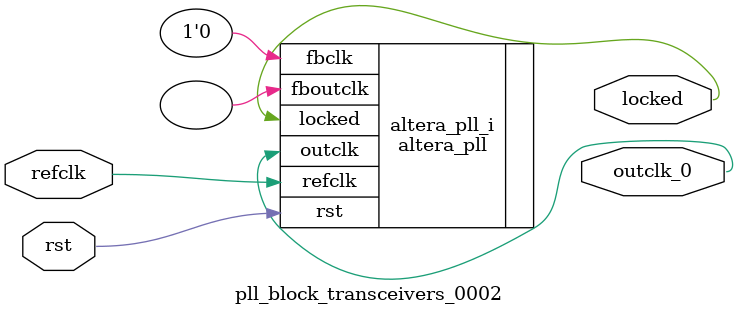
<source format=v>
`timescale 1ns/10ps
module  pll_block_transceivers_0002(

	// interface 'refclk'
	input wire refclk,

	// interface 'reset'
	input wire rst,

	// interface 'outclk0'
	output wire outclk_0,

	// interface 'locked'
	output wire locked
);

	altera_pll #(
		.fractional_vco_multiplier("false"),
		.reference_clock_frequency("25.0 MHz"),
		.operation_mode("direct"),
		.number_of_clocks(1),
		.output_clock_frequency0("25.000000 MHz"),
		.phase_shift0("0 ps"),
		.duty_cycle0(50),
		.output_clock_frequency1("0 MHz"),
		.phase_shift1("0 ps"),
		.duty_cycle1(50),
		.output_clock_frequency2("0 MHz"),
		.phase_shift2("0 ps"),
		.duty_cycle2(50),
		.output_clock_frequency3("0 MHz"),
		.phase_shift3("0 ps"),
		.duty_cycle3(50),
		.output_clock_frequency4("0 MHz"),
		.phase_shift4("0 ps"),
		.duty_cycle4(50),
		.output_clock_frequency5("0 MHz"),
		.phase_shift5("0 ps"),
		.duty_cycle5(50),
		.output_clock_frequency6("0 MHz"),
		.phase_shift6("0 ps"),
		.duty_cycle6(50),
		.output_clock_frequency7("0 MHz"),
		.phase_shift7("0 ps"),
		.duty_cycle7(50),
		.output_clock_frequency8("0 MHz"),
		.phase_shift8("0 ps"),
		.duty_cycle8(50),
		.output_clock_frequency9("0 MHz"),
		.phase_shift9("0 ps"),
		.duty_cycle9(50),
		.output_clock_frequency10("0 MHz"),
		.phase_shift10("0 ps"),
		.duty_cycle10(50),
		.output_clock_frequency11("0 MHz"),
		.phase_shift11("0 ps"),
		.duty_cycle11(50),
		.output_clock_frequency12("0 MHz"),
		.phase_shift12("0 ps"),
		.duty_cycle12(50),
		.output_clock_frequency13("0 MHz"),
		.phase_shift13("0 ps"),
		.duty_cycle13(50),
		.output_clock_frequency14("0 MHz"),
		.phase_shift14("0 ps"),
		.duty_cycle14(50),
		.output_clock_frequency15("0 MHz"),
		.phase_shift15("0 ps"),
		.duty_cycle15(50),
		.output_clock_frequency16("0 MHz"),
		.phase_shift16("0 ps"),
		.duty_cycle16(50),
		.output_clock_frequency17("0 MHz"),
		.phase_shift17("0 ps"),
		.duty_cycle17(50),
		.pll_type("General"),
		.pll_subtype("General")
	) altera_pll_i (
		.rst	(rst),
		.outclk	({outclk_0}),
		.locked	(locked),
		.fboutclk	( ),
		.fbclk	(1'b0),
		.refclk	(refclk)
	);
endmodule


</source>
